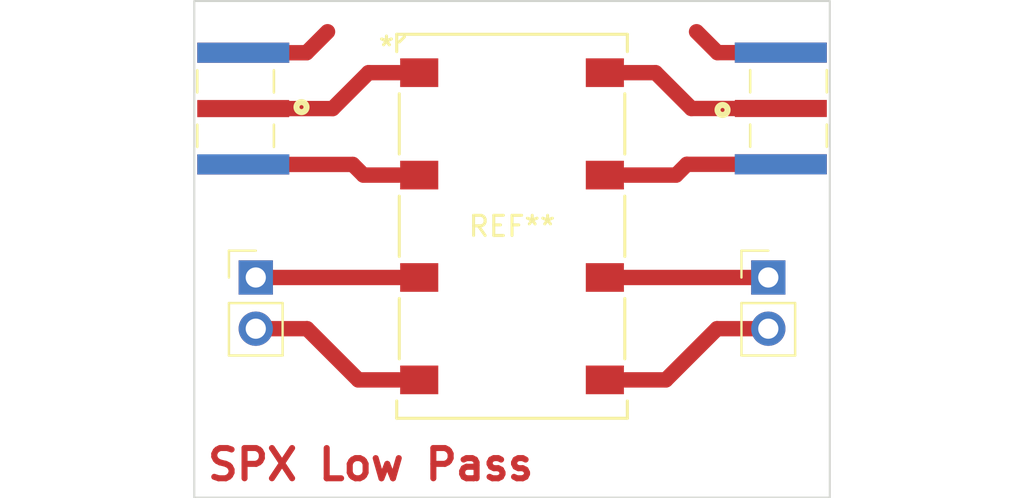
<source format=kicad_pcb>
(kicad_pcb (version 20221018) (generator pcbnew)
  (layers (0 "F.Cu" signal) (31 "B.Cu" signal) (34 "B.Paste" user) (35 "F.Paste" user) (36 "B.SilkS" user "B.Silkscreen") (37 "F.SilkS" user "F.Silkscreen") (38 "B.Mask" user) (39 "F.Mask" user) (44 "Edge.Cuts" user))
  (net 0 "")
  (footprint "SMA connectors:TAOGLAS_EMPCB.SMAFSTJ.B.HT" (layer "F.Cu") (at 100.1895 63.49725 90)
    (fp_text reference "REF**" hide)
    (fp_text value "TAOGLAS_EMPCB.SMAFSTJ.B.HT" hide)
    (fp_line (start -1.9 -1.52) (end -0.8 -1.52) (stroke (width 0.127)) (layer "F.SilkS"))
    (fp_line (start -1.9 2.28) (end -0.8 2.28) (stroke (width 0.127)) (layer "F.SilkS"))
    (fp_line (start 0.8 -1.52) (end 1.9 -1.52) (stroke (width 0.127)) (layer "F.SilkS"))
    (fp_line (start 0.8 2.28) (end 1.9 2.28) (stroke (width 0.127)) (layer "F.SilkS"))
    (fp_circle (center -0.073 -2.888) (end 0.027 -2.888) (stroke (width 0.3)) (fill none) (layer "F.SilkS"))
    (pad "1" smd rect (at 0 0 90) (size 0.85 4.56) (layers "F.Cu" "F.Paste" "F.Mask"))
    (pad "SH1" smd rect (at -2.77 0 90) (size 1 4.56) (layers "F.Cu" "F.Paste" "F.Mask"))
    (pad "SH2" smd rect (at 2.77 0 90) (size 1 4.56) (layers "F.Cu" "F.Paste" "F.Mask"))
    (pad "SH3" smd rect (at -2.77 0 90) (size 1 4.56) (layers "B.Cu" "B.Paste" "B.Mask"))
    (pad "SH4" smd rect (at 2.77 0 90) (size 1 4.56) (layers "B.Cu" "B.Paste" "B.Mask"))
  )
  (footprint "SMA connectors:TAOGLAS_EMPCB.SMAFSTJ.B.HT" (layer "F.Cu") (at 73.5465 63.50275 -90)
    (fp_text reference "REF**" hide)
    (fp_text value "TAOGLAS_EMPCB.SMAFSTJ.B.HT" hide)
    (fp_line (start -1.9 -1.52) (end -0.8 -1.52) (stroke (width 0.127)) (layer "F.SilkS"))
    (fp_line (start -1.9 2.28) (end -0.8 2.28) (stroke (width 0.127)) (layer "F.SilkS"))
    (fp_line (start 0.8 -1.52) (end 1.9 -1.52) (stroke (width 0.127)) (layer "F.SilkS"))
    (fp_line (start 0.8 2.28) (end 1.9 2.28) (stroke (width 0.127)) (layer "F.SilkS"))
    (fp_circle (center -0.073 -2.888) (end 0.027 -2.888) (stroke (width 0.3)) (fill none) (layer "F.SilkS"))
    (pad "1" smd rect (at 0 0 270) (size 0.85 4.56) (layers "F.Cu" "F.Paste" "F.Mask"))
    (pad "SH1" smd rect (at -2.77 0 270) (size 1 4.56) (layers "F.Cu" "F.Paste" "F.Mask"))
    (pad "SH2" smd rect (at 2.77 0 270) (size 1 4.56) (layers "F.Cu" "F.Paste" "F.Mask"))
    (pad "SH3" smd rect (at -2.77 0 270) (size 1 4.56) (layers "B.Cu" "B.Paste" "B.Mask"))
    (pad "SH4" smd rect (at 2.77 0 270) (size 1 4.56) (layers "B.Cu" "B.Paste" "B.Mask"))
  )
  (footprint "Connector_PinHeader_2.54mm:PinHeader_1x02_P2.54mm_Vertical" (layer "F.Cu") (at 74.168 71.882)
    (fp_text reference "REF**" hide)
    (fp_text value "PinHeader_1x02_P2.54mm_Vertical" hide)
    (fp_line (start -1.33 -1.33) (end 0 -1.33) (stroke (width 0.12)) (layer "F.SilkS"))
    (fp_line (start -1.33 0) (end -1.33 -1.33) (stroke (width 0.12)) (layer "F.SilkS"))
    (fp_line (start -1.33 1.27) (end -1.33 3.87) (stroke (width 0.12)) (layer "F.SilkS"))
    (fp_line (start -1.33 1.27) (end 1.33 1.27) (stroke (width 0.12)) (layer "F.SilkS"))
    (fp_line (start -1.33 3.87) (end 1.33 3.87) (stroke (width 0.12)) (layer "F.SilkS"))
    (fp_line (start 1.33 1.27) (end 1.33 3.87) (stroke (width 0.12)) (layer "F.SilkS"))
    (pad "1" thru_hole rect (at 0 0) (size 1.7 1.7) (drill 1) (layers "*.Cu" "*.Mask"))
    (pad "2" thru_hole oval (at 0 2.54) (size 1.7 1.7) (drill 1) (layers "*.Cu" "*.Mask"))
  )
  (footprint "BPF:HF1139_MNC" (layer "F.Cu") (at 86.868 69.342)
    (fp_text reference "REF**" (at 0 0 unlocked) (layer "F.SilkS"))
    (fp_text value "HF1139_MNC")
    (fp_text user "*" (at -6.223 -8.89 unlocked) (layer "F.SilkS"))
    (fp_text user "*" (at -6.223 -8.89) (layer "F.SilkS"))
    (fp_line (start -5.715 -9.525) (end 5.715 -9.525) (stroke (width 0.1524)) (layer "F.SilkS"))
    (fp_line (start -5.715 -8.66394) (end -5.715 -9.525) (stroke (width 0.1524)) (layer "F.SilkS"))
    (fp_line (start -5.715 8.66394) (end -5.715 9.525) (stroke (width 0.1524)) (layer "F.SilkS"))
    (fp_line (start -5.715 9.525) (end 5.715 9.525) (stroke (width 0.1524)) (layer "F.SilkS"))
    (fp_line (start -5.588 -6.57606) (end -5.588 -3.58394) (stroke (width 0.1524)) (layer "F.SilkS"))
    (fp_line (start -5.588 -1.49606) (end -5.588 1.49606) (stroke (width 0.1524)) (layer "F.SilkS"))
    (fp_line (start -5.588 3.58394) (end -5.588 6.57606) (stroke (width 0.1524)) (layer "F.SilkS"))
    (fp_line (start -5.334 -9.398) (end -5.588 -9.144) (stroke (width 0.1524)) (layer "F.SilkS"))
    (fp_line (start 5.588 -6.57606) (end 5.588 -3.58394) (stroke (width 0.1524)) (layer "F.SilkS"))
    (fp_line (start 5.588 -1.49606) (end 5.588 1.49606) (stroke (width 0.1524)) (layer "F.SilkS"))
    (fp_line (start 5.588 3.58394) (end 5.588 6.57606) (stroke (width 0.1524)) (layer "F.SilkS"))
    (fp_line (start 5.715 -8.66394) (end 5.715 -9.525) (stroke (width 0.1524)) (layer "F.SilkS"))
    (fp_line (start 5.715 8.66394) (end 5.715 9.525) (stroke (width 0.1524)) (layer "F.SilkS"))
    (pad "1" smd rect (at -4.6007 -7.62) (size 1.889 1.4224) (layers "F.Cu" "F.Paste" "F.Mask"))
    (pad "2" smd rect (at 4.6007 -7.62) (size 1.889 1.4224) (layers "F.Cu" "F.Paste" "F.Mask"))
    (pad "3" smd rect (at -4.6007 -2.54) (size 1.889 1.4224) (layers "F.Cu" "F.Paste" "F.Mask"))
    (pad "4" smd rect (at 4.6007 -2.54) (size 1.889 1.4224) (layers "F.Cu" "F.Paste" "F.Mask"))
    (pad "5" smd rect (at -4.6007 2.54) (size 1.889 1.4224) (layers "F.Cu" "F.Paste" "F.Mask"))
    (pad "6" smd rect (at 4.6007 2.54) (size 1.889 1.4224) (layers "F.Cu" "F.Paste" "F.Mask"))
    (pad "7" smd rect (at -4.6007 7.62) (size 1.889 1.4224) (layers "F.Cu" "F.Paste" "F.Mask"))
    (pad "8" smd rect (at 4.6007 7.62) (size 1.889 1.4224) (layers "F.Cu" "F.Paste" "F.Mask"))
  )
  (footprint "Connector_PinHeader_2.54mm:PinHeader_1x02_P2.54mm_Vertical" (layer "F.Cu") (at 99.568 71.882)
    (fp_text reference "REF**" hide)
    (fp_text value "PinHeader_1x02_P2.54mm_Vertical" hide)
    (fp_line (start -1.33 -1.33) (end 0 -1.33) (stroke (width 0.12)) (layer "F.SilkS"))
    (fp_line (start -1.33 0) (end -1.33 -1.33) (stroke (width 0.12)) (layer "F.SilkS"))
    (fp_line (start -1.33 1.27) (end -1.33 3.87) (stroke (width 0.12)) (layer "F.SilkS"))
    (fp_line (start -1.33 1.27) (end 1.33 1.27) (stroke (width 0.12)) (layer "F.SilkS"))
    (fp_line (start -1.33 3.87) (end 1.33 3.87) (stroke (width 0.12)) (layer "F.SilkS"))
    (fp_line (start 1.33 1.27) (end 1.33 3.87) (stroke (width 0.12)) (layer "F.SilkS"))
    (pad "1" thru_hole rect (at 0 0) (size 1.7 1.7) (drill 1) (layers "*.Cu" "*.Mask"))
    (pad "2" thru_hole oval (at 0 2.54) (size 1.7 1.7) (drill 1) (layers "*.Cu" "*.Mask"))
  )
  (gr_rect (start 71.12 58.166) (end 102.616 82.804) (stroke (width 0.1)) (fill none) (layer "Edge.Cuts"))
  (gr_text "SPX Low Pass" (at 71.628 82.042) (layer "F.Cu") (effects (font (size 1.5 1.5) (thickness 0.3) bold) (justify left bottom)))
  (segment (start 76.708 74.422) (end 79.248 76.962) (width 0.762) (layer "F.Cu") (net 0))
  (segment (start 94.996 66.802) (end 95.53075 66.26725) (width 0.762) (layer "F.Cu") (net 0))
  (segment (start 92.4687 66.802) (end 94.996 66.802) (width 0.762) (layer "F.Cu") (net 0))
  (segment (start 95.75525 63.49725) (end 100.1895 63.49725) (width 0.762) (layer "F.Cu") (net 0))
  (segment (start 97.04925 60.72725) (end 96.012 59.69) (width 0.762) (layer "F.Cu") (net 0))
  (segment (start 99.568 74.422) (end 97.028 74.422) (width 0.762) (layer "F.Cu") (net 0))
  (segment (start 77.97525 63.50275) (end 73.5465 63.50275) (width 0.762) (layer "F.Cu") (net 0))
  (segment (start 78.97275 66.27275) (end 73.5465 66.27275) (width 0.762) (layer "F.Cu") (net 0))
  (segment (start 99.568 71.882) (end 92.4687 71.882) (width 0.762) (layer "F.Cu") (net 0))
  (segment (start 97.028 74.422) (end 94.488 76.962) (width 0.762) (layer "F.Cu") (net 0))
  (segment (start 79.248 76.962) (end 81.2673 76.962) (width 0.762) (layer "F.Cu") (net 0))
  (segment (start 79.502 66.802) (end 78.97275 66.27275) (width 0.762) (layer "F.Cu") (net 0))
  (segment (start 100.1895 60.72725) (end 97.04925 60.72725) (width 0.762) (layer "F.Cu") (net 0))
  (segment (start 73.5465 60.73275) (end 76.68125 60.73275) (width 0.762) (layer "F.Cu") (net 0))
  (segment (start 76.68125 60.73275) (end 77.724 59.69) (width 0.762) (layer "F.Cu") (net 0))
  (segment (start 95.53075 66.26725) (end 100.1895 66.26725) (width 0.762) (layer "F.Cu") (net 0))
  (segment (start 93.98 61.722) (end 95.75525 63.49725) (width 0.762) (layer "F.Cu") (net 0))
  (segment (start 94.488 76.962) (end 92.4687 76.962) (width 0.762) (layer "F.Cu") (net 0))
  (segment (start 79.756 61.722) (end 77.97525 63.50275) (width 0.762) (layer "F.Cu") (net 0))
  (segment (start 81.2673 66.802) (end 79.502 66.802) (width 0.762) (layer "F.Cu") (net 0))
  (segment (start 92.4687 61.722) (end 93.98 61.722) (width 0.762) (layer "F.Cu") (net 0))
  (segment (start 81.2673 61.722) (end 79.756 61.722) (width 0.762) (layer "F.Cu") (net 0))
  (segment (start 74.168 74.422) (end 76.708 74.422) (width 0.762) (layer "F.Cu") (net 0))
  (segment (start 74.168 71.882) (end 81.2673 71.882) (width 0.762) (layer "F.Cu") (net 0))
)
</source>
